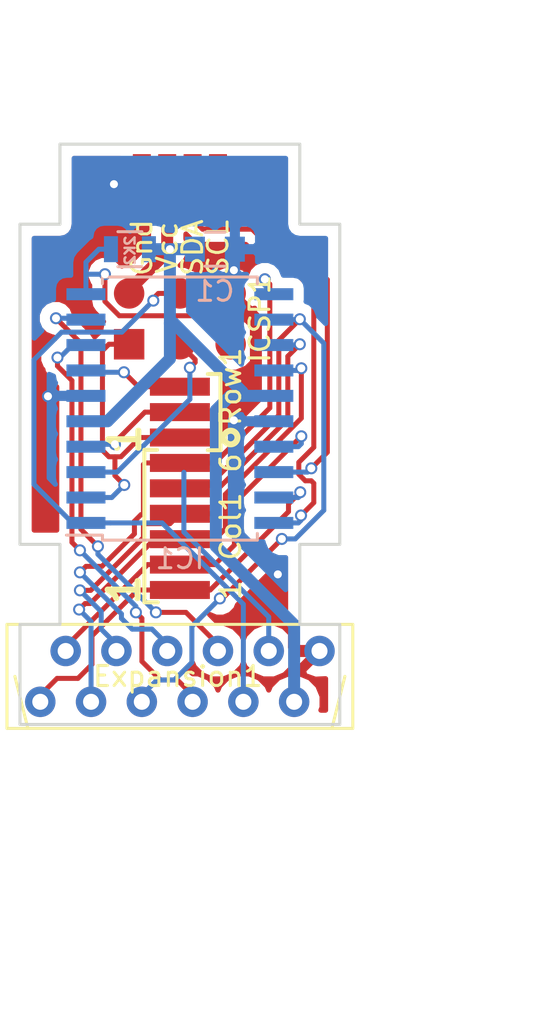
<source format=kicad_pcb>
(kicad_pcb (version 4) (host pcbnew 4.0.5+dfsg1-4)

  (general
    (links 37)
    (no_connects 1)
    (area 40.974999 38.3 72.135715 89.000001)
    (thickness 1.6)
    (drawings 27)
    (tracks 279)
    (zones 0)
    (modules 8)
    (nets 19)
  )

  (page A4)
  (layers
    (0 F.Cu signal)
    (31 B.Cu signal)
    (32 B.Adhes user hide)
    (33 F.Adhes user hide)
    (34 B.Paste user hide)
    (35 F.Paste user hide)
    (36 B.SilkS user)
    (37 F.SilkS user)
    (38 B.Mask user hide)
    (39 F.Mask user hide)
    (40 Dwgs.User user)
    (41 Cmts.User user)
    (42 Eco1.User user)
    (43 Eco2.User user)
    (44 Edge.Cuts user)
    (45 Margin user)
    (46 B.CrtYd user hide)
    (47 F.CrtYd user)
    (48 B.Fab user hide)
    (49 F.Fab user hide)
  )

  (setup
    (last_trace_width 0.25)
    (user_trace_width 0.6)
    (trace_clearance 0.2)
    (zone_clearance 0.508)
    (zone_45_only no)
    (trace_min 0.2)
    (segment_width 0.2)
    (edge_width 0.15)
    (via_size 0.6)
    (via_drill 0.4)
    (via_min_size 0.4)
    (via_min_drill 0.3)
    (uvia_size 0.3)
    (uvia_drill 0.1)
    (uvias_allowed no)
    (uvia_min_size 0.2)
    (uvia_min_drill 0.1)
    (pcb_text_width 0.3)
    (pcb_text_size 1.5 1.5)
    (mod_edge_width 0.15)
    (mod_text_size 1 1)
    (mod_text_width 0.15)
    (pad_size 1.6 3.4)
    (pad_drill 0)
    (pad_to_mask_clearance 0.2)
    (aux_axis_origin 50 45)
    (visible_elements FFFFFF7F)
    (pcbplotparams
      (layerselection 0x00030_80000001)
      (usegerberextensions false)
      (excludeedgelayer true)
      (linewidth 0.100000)
      (plotframeref false)
      (viasonmask false)
      (mode 1)
      (useauxorigin false)
      (hpglpennumber 1)
      (hpglpenspeed 20)
      (hpglpendiameter 15)
      (hpglpenoverlay 2)
      (psnegative false)
      (psa4output false)
      (plotreference true)
      (plotvalue true)
      (plotinvisibletext false)
      (padsonsilk false)
      (subtractmaskfromsilk false)
      (outputformat 1)
      (mirror false)
      (drillshape 1)
      (scaleselection 1)
      (outputdirectory ""))
  )

  (net 0 "")
  (net 1 "Net-(Col1-Pad1)")
  (net 2 "Net-(Col1-Pad2)")
  (net 3 "Net-(Col1-Pad3)")
  (net 4 "Net-(Col1-Pad4)")
  (net 5 "Net-(Col1-Pad5)")
  (net 6 "Net-(Col1-Pad6)")
  (net 7 /MiSo)
  (net 8 +5V)
  (net 9 /SCL_2)
  (net 10 /MoSi)
  (net 11 /Rst)
  (net 12 GND)
  (net 13 "Net-(IC1-Pad4)")
  (net 14 "Net-(IC1-Pad7)")
  (net 15 /SCL)
  (net 16 /SDA)
  (net 17 /ADC_V)
  (net 18 /ADC_H+int0)

  (net_class Default "This is the default net class."
    (clearance 0.2)
    (trace_width 0.25)
    (via_dia 0.6)
    (via_drill 0.4)
    (uvia_dia 0.3)
    (uvia_drill 0.1)
    (add_net +5V)
    (add_net /ADC_H+int0)
    (add_net /ADC_V)
    (add_net /MiSo)
    (add_net /MoSi)
    (add_net /Rst)
    (add_net /SCL)
    (add_net /SCL_2)
    (add_net /SDA)
    (add_net GND)
    (add_net "Net-(Col1-Pad1)")
    (add_net "Net-(Col1-Pad2)")
    (add_net "Net-(Col1-Pad3)")
    (add_net "Net-(Col1-Pad4)")
    (add_net "Net-(Col1-Pad5)")
    (add_net "Net-(Col1-Pad6)")
    (add_net "Net-(IC1-Pad4)")
    (add_net "Net-(IC1-Pad7)")
  )

  (net_class power ""
    (clearance 0.3)
    (trace_width 0.4)
    (via_dia 0.8)
    (via_drill 0.6)
    (uvia_dia 0.3)
    (uvia_drill 0.1)
  )

  (module Housings_SOIC:SOIC-20W_7.5x12.8mm_Pitch1.27mm (layer B.Cu) (tedit 57503549) (tstamp 58E6045C)
    (at 50 58.215)
    (descr "20-Lead Plastic Small Outline (SO) - Wide, 7.50 mm Body [SOIC] (see Microchip Packaging Specification 00000049BS.pdf)")
    (tags "SOIC 1.27")
    (path /58E28365)
    (attr smd)
    (fp_text reference IC1 (at 0 7.5) (layer B.SilkS)
      (effects (font (size 1 1) (thickness 0.15)) (justify mirror))
    )
    (fp_text value ATTINY861A-S (at 0 -7.5) (layer B.Fab)
      (effects (font (size 1 1) (thickness 0.15)) (justify mirror))
    )
    (fp_line (start -2.75 6.4) (end 3.75 6.4) (layer B.Fab) (width 0.15))
    (fp_line (start 3.75 6.4) (end 3.75 -6.4) (layer B.Fab) (width 0.15))
    (fp_line (start 3.75 -6.4) (end -3.75 -6.4) (layer B.Fab) (width 0.15))
    (fp_line (start -3.75 -6.4) (end -3.75 5.4) (layer B.Fab) (width 0.15))
    (fp_line (start -3.75 5.4) (end -2.75 6.4) (layer B.Fab) (width 0.15))
    (fp_line (start -5.95 6.75) (end -5.95 -6.75) (layer B.CrtYd) (width 0.05))
    (fp_line (start 5.95 6.75) (end 5.95 -6.75) (layer B.CrtYd) (width 0.05))
    (fp_line (start -5.95 6.75) (end 5.95 6.75) (layer B.CrtYd) (width 0.05))
    (fp_line (start -5.95 -6.75) (end 5.95 -6.75) (layer B.CrtYd) (width 0.05))
    (fp_line (start -3.875 6.575) (end -3.875 6.325) (layer B.SilkS) (width 0.15))
    (fp_line (start 3.875 6.575) (end 3.875 6.24) (layer B.SilkS) (width 0.15))
    (fp_line (start 3.875 -6.575) (end 3.875 -6.24) (layer B.SilkS) (width 0.15))
    (fp_line (start -3.875 -6.575) (end -3.875 -6.24) (layer B.SilkS) (width 0.15))
    (fp_line (start -3.875 6.575) (end 3.875 6.575) (layer B.SilkS) (width 0.15))
    (fp_line (start -3.875 -6.575) (end 3.875 -6.575) (layer B.SilkS) (width 0.15))
    (fp_line (start -3.875 6.325) (end -5.675 6.325) (layer B.SilkS) (width 0.15))
    (pad 1 smd rect (at -4.7 5.715) (size 1.95 0.6) (layers B.Cu B.Paste B.Mask)
      (net 10 /MoSi))
    (pad 2 smd rect (at -4.7 4.445) (size 1.95 0.6) (layers B.Cu B.Paste B.Mask)
      (net 7 /MiSo))
    (pad 3 smd rect (at -4.7 3.175) (size 1.95 0.6) (layers B.Cu B.Paste B.Mask)
      (net 9 /SCL_2))
    (pad 4 smd rect (at -4.7 1.905) (size 1.95 0.6) (layers B.Cu B.Paste B.Mask)
      (net 13 "Net-(IC1-Pad4)"))
    (pad 5 smd rect (at -4.7 0.635) (size 1.95 0.6) (layers B.Cu B.Paste B.Mask)
      (net 8 +5V))
    (pad 6 smd rect (at -4.7 -0.635) (size 1.95 0.6) (layers B.Cu B.Paste B.Mask)
      (net 12 GND))
    (pad 7 smd rect (at -4.7 -1.905) (size 1.95 0.6) (layers B.Cu B.Paste B.Mask)
      (net 14 "Net-(IC1-Pad7)"))
    (pad 8 smd rect (at -4.7 -3.175) (size 1.95 0.6) (layers B.Cu B.Paste B.Mask)
      (net 17 /ADC_V))
    (pad 9 smd rect (at -4.7 -4.445) (size 1.95 0.6) (layers B.Cu B.Paste B.Mask)
      (net 18 /ADC_H+int0))
    (pad 10 smd rect (at -4.7 -5.715) (size 1.95 0.6) (layers B.Cu B.Paste B.Mask)
      (net 11 /Rst))
    (pad 11 smd rect (at 4.7 -5.715) (size 1.95 0.6) (layers B.Cu B.Paste B.Mask)
      (net 6 "Net-(Col1-Pad6)"))
    (pad 12 smd rect (at 4.7 -4.445) (size 1.95 0.6) (layers B.Cu B.Paste B.Mask)
      (net 5 "Net-(Col1-Pad5)"))
    (pad 13 smd rect (at 4.7 -3.175) (size 1.95 0.6) (layers B.Cu B.Paste B.Mask)
      (net 4 "Net-(Col1-Pad4)"))
    (pad 14 smd rect (at 4.7 -1.905) (size 1.95 0.6) (layers B.Cu B.Paste B.Mask)
      (net 3 "Net-(Col1-Pad3)"))
    (pad 15 smd rect (at 4.7 -0.635) (size 1.95 0.6) (layers B.Cu B.Paste B.Mask)
      (net 8 +5V))
    (pad 16 smd rect (at 4.7 0.635) (size 1.95 0.6) (layers B.Cu B.Paste B.Mask)
      (net 12 GND))
    (pad 17 smd rect (at 4.7 1.905) (size 1.95 0.6) (layers B.Cu B.Paste B.Mask)
      (net 2 "Net-(Col1-Pad2)"))
    (pad 18 smd rect (at 4.7 3.175) (size 1.95 0.6) (layers B.Cu B.Paste B.Mask)
      (net 15 /SCL))
    (pad 19 smd rect (at 4.7 4.445) (size 1.95 0.6) (layers B.Cu B.Paste B.Mask)
      (net 1 "Net-(Col1-Pad1)"))
    (pad 20 smd rect (at 4.7 5.715) (size 1.95 0.6) (layers B.Cu B.Paste B.Mask)
      (net 16 /SDA))
    (model Housings_SOIC.3dshapes/SOIC-20_7.5x12.8mm_Pitch1.27mm.wrl
      (at (xyz 0 0 0))
      (scale (xyz 1 1 1))
      (rotate (xyz 0 0 0))
    )
  )

  (module myComponents:solderPads_4_Grove_I2C (layer F.Cu) (tedit 58E53D59) (tstamp 58E55026)
    (at 50 47 180)
    (path /58E54ECF)
    (fp_text reference I2C1 (at 0.635 2.54 180) (layer F.SilkS) hide
      (effects (font (size 1 1) (thickness 0.15)))
    )
    (fp_text value CONN_01X04 (at 0.635 2.54 180) (layer F.Fab)
      (effects (font (size 1 1) (thickness 0.15)))
    )
    (fp_text user SDA (at -0.635 -3.175 270) (layer F.SilkS)
      (effects (font (size 1 1) (thickness 0.15)))
    )
    (fp_text user SCL (at -1.905 -3.175 270) (layer F.SilkS)
      (effects (font (size 1 1) (thickness 0.15)))
    )
    (fp_text user Gnd (at 1.905 -3.175 270) (layer F.SilkS)
      (effects (font (size 1 1) (thickness 0.15)))
    )
    (fp_text user Vcc (at 0.635 -3.175 270) (layer F.SilkS)
      (effects (font (size 1 1) (thickness 0.15)))
    )
    (pad 1 smd rect (at -1.905 0 180) (size 0.9 3) (layers F.Cu F.Paste F.Mask)
      (net 15 /SCL))
    (pad 2 smd rect (at -0.635 0 180) (size 0.9 3) (layers F.Cu F.Paste F.Mask)
      (net 16 /SDA))
    (pad 3 smd rect (at 0.635 0 180) (size 0.9 3) (layers F.Cu F.Paste F.Mask)
      (net 8 +5V))
    (pad 4 smd rect (at 1.905 0 180) (size 0.9 3) (layers F.Cu F.Paste F.Mask)
      (net 12 GND))
  )

  (module Resistors_SMD:R_0805 (layer B.Cu) (tedit 58E66A9B) (tstamp 58E67486)
    (at 47.5 50.25)
    (descr "Resistor SMD 0805, reflow soldering, Vishay (see dcrcw.pdf)")
    (tags "resistor 0805")
    (path /58E6A84A)
    (attr smd)
    (fp_text reference R1 (at 2.254999 0.065) (layer B.Fab)
      (effects (font (size 1 1) (thickness 0.15)) (justify mirror))
    )
    (fp_text value 2K2 (at 0.004999 0.065 90) (layer B.SilkS)
      (effects (font (size 0.5 0.5) (thickness 0.125)) (justify mirror))
    )
    (fp_line (start -1 -0.625) (end -1 0.625) (layer B.Fab) (width 0.1))
    (fp_line (start 1 -0.625) (end -1 -0.625) (layer B.Fab) (width 0.1))
    (fp_line (start 1 0.625) (end 1 -0.625) (layer B.Fab) (width 0.1))
    (fp_line (start -1 0.625) (end 1 0.625) (layer B.Fab) (width 0.1))
    (fp_line (start -1.6 1) (end 1.6 1) (layer B.CrtYd) (width 0.05))
    (fp_line (start -1.6 -1) (end 1.6 -1) (layer B.CrtYd) (width 0.05))
    (fp_line (start -1.6 1) (end -1.6 -1) (layer B.CrtYd) (width 0.05))
    (fp_line (start 1.6 1) (end 1.6 -1) (layer B.CrtYd) (width 0.05))
    (fp_line (start 0.6 -0.875) (end -0.6 -0.875) (layer B.SilkS) (width 0.15))
    (fp_line (start -0.6 0.875) (end 0.6 0.875) (layer B.SilkS) (width 0.15))
    (pad 1 smd rect (at -0.95 0) (size 0.7 1.3) (layers B.Cu B.Paste B.Mask)
      (net 11 /Rst))
    (pad 2 smd rect (at 0.95 0) (size 0.7 1.3) (layers B.Cu B.Paste B.Mask)
      (net 8 +5V))
    (model Resistors_SMD.3dshapes/R_0805.wrl
      (at (xyz 0 0 0))
      (scale (xyz 1 1 1))
      (rotate (xyz 0 0 0))
    )
  )

  (module myComponents:solderPads_6 (layer F.Cu) (tedit 58E54D6B) (tstamp 58E67BBF)
    (at 50 64.107 90)
    (path /58E2887C)
    (fp_text reference Col1 (at 0 2.54 90) (layer F.SilkS)
      (effects (font (size 1 1) (thickness 0.15)))
    )
    (fp_text value CONN_01X06 (at 0.635 -2.54 90) (layer F.Fab)
      (effects (font (size 1 1) (thickness 0.15)))
    )
    (fp_text user 6 (at 3.175 2.54 90) (layer F.SilkS)
      (effects (font (size 1 1) (thickness 0.15)))
    )
    (fp_text user 1 (at -3.175 2.54 90) (layer F.SilkS)
      (effects (font (size 1 1) (thickness 0.15)))
    )
    (pad 1 smd rect (at -3.175 0 90) (size 0.9 3) (layers F.Cu F.Paste F.Mask)
      (net 1 "Net-(Col1-Pad1)"))
    (pad 2 smd rect (at -1.905 0 90) (size 0.9 3) (layers F.Cu F.Paste F.Mask)
      (net 2 "Net-(Col1-Pad2)"))
    (pad 3 smd rect (at -0.635 0 90) (size 0.9 3) (layers F.Cu F.Paste F.Mask)
      (net 3 "Net-(Col1-Pad3)"))
    (pad 4 smd rect (at 0.635 0 90) (size 0.9 3) (layers F.Cu F.Paste F.Mask)
      (net 4 "Net-(Col1-Pad4)"))
    (pad 5 smd rect (at 1.905 0 90) (size 0.9 3) (layers F.Cu F.Paste F.Mask)
      (net 5 "Net-(Col1-Pad5)"))
    (pad 6 smd rect (at 3.175 0 90) (size 0.9 3) (layers F.Cu F.Paste F.Mask)
      (net 6 "Net-(Col1-Pad6)"))
  )

  (module myComponents:ICSP_BIG_pads (layer F.Cu) (tedit 58E2AA5E) (tstamp 58E67BDE)
    (at 50 53.73 90)
    (path /58E2874F)
    (fp_text reference ICSP1 (at 0 4 90) (layer F.SilkS)
      (effects (font (size 1 1) (thickness 0.15)))
    )
    (fp_text value CONN_02X03 (at 0 -5.08 90) (layer F.Fab)
      (effects (font (size 1 1) (thickness 0.15)))
    )
    (pad 1 smd rect (at -1.27 -2.54 90) (size 1.524 1.524) (layers F.Cu F.Paste F.Mask)
      (net 7 /MiSo))
    (pad 2 smd circle (at 1.27 -2.54 90) (size 1.524 1.524) (layers F.Cu F.Paste F.Mask)
      (net 8 +5V))
    (pad 3 smd circle (at -1.27 0 90) (size 1.524 1.524) (layers F.Cu F.Paste F.Mask)
      (net 9 /SCL_2))
    (pad 4 smd circle (at 1.27 0 90) (size 1.524 1.524) (layers F.Cu F.Paste F.Mask)
      (net 10 /MoSi))
    (pad 5 smd circle (at -1.27 2.54 90) (size 1.524 1.524) (layers F.Cu F.Paste F.Mask)
      (net 11 /Rst))
    (pad 6 smd circle (at 1.27 2.54 90) (size 1.524 1.524) (layers F.Cu F.Paste F.Mask)
      (net 12 GND))
  )

  (module myComponents:solderPads_3 (layer F.Cu) (tedit 58E54DB4) (tstamp 58E67BE6)
    (at 50 58.392 90)
    (path /58E288CF)
    (fp_text reference Row1 (at 1.27 2.54 90) (layer F.SilkS)
      (effects (font (size 1 1) (thickness 0.15)))
    )
    (fp_text value CONN_01X03 (at 0.635 -2.54 90) (layer F.Fab)
      (effects (font (size 1 1) (thickness 0.15)))
    )
    (fp_circle (center -1.27 2.54) (end -1.27 2.2) (layer F.SilkS) (width 0.3))
    (pad 1 smd rect (at -1.27 0 90) (size 0.9 3) (layers F.Cu F.Paste F.Mask)
      (net 7 /MiSo))
    (pad 2 smd rect (at 0 0 90) (size 0.9 3) (layers F.Cu F.Paste F.Mask)
      (net 13 "Net-(IC1-Pad4)"))
    (pad 3 smd rect (at 1.27 0 90) (size 0.9 3) (layers F.Cu F.Paste F.Mask)
      (net 14 "Net-(IC1-Pad7)"))
  )

  (module myComponents:microMatch-12_90_THT (layer F.Cu) (tedit 58E6787B) (tstamp 58E67BC0)
    (at 50 71.6)
    (path /58E38DE5)
    (fp_text reference Expansion1 (at -0.1 0) (layer F.SilkS)
      (effects (font (size 1 1) (thickness 0.15)))
    )
    (fp_text value CONN_01X12 (at -2.54 -3.81) (layer F.Fab)
      (effects (font (size 1 1) (thickness 0.15)))
    )
    (fp_line (start 8.255 0) (end 7.62 2.54) (layer F.SilkS) (width 0.15))
    (fp_line (start -8.255 0) (end -7.62 2.54) (layer F.SilkS) (width 0.15))
    (fp_line (start 8.65 -2.6) (end -8.65 -2.6) (layer F.SilkS) (width 0.15))
    (fp_line (start -8.65 2.6) (end -8.65 -2.6) (layer F.SilkS) (width 0.15))
    (fp_line (start -8.65 2.6) (end 8.65 2.6) (layer F.SilkS) (width 0.15))
    (fp_line (start 8.65 -2.6) (end 8.65 2.6) (layer F.SilkS) (width 0.15))
    (pad 1 thru_hole circle (at -6.985 1.27) (size 1.524 1.524) (drill 0.8) (layers *.Cu *.Mask)
      (net 1 "Net-(Col1-Pad1)"))
    (pad 2 thru_hole circle (at -5.715 -1.27) (size 1.524 1.524) (drill 0.8) (layers *.Cu *.Mask)
      (net 2 "Net-(Col1-Pad2)"))
    (pad 3 thru_hole circle (at -4.445 1.27) (size 1.524 1.524) (drill 0.8) (layers *.Cu *.Mask)
      (net 3 "Net-(Col1-Pad3)"))
    (pad 4 thru_hole circle (at -3.175 -1.27) (size 1.524 1.524) (drill 0.8) (layers *.Cu *.Mask)
      (net 4 "Net-(Col1-Pad4)"))
    (pad 5 thru_hole circle (at -1.905 1.27) (size 1.524 1.524) (drill 0.8) (layers *.Cu *.Mask)
      (net 5 "Net-(Col1-Pad5)"))
    (pad 6 thru_hole circle (at -0.635 -1.27) (size 1.524 1.524) (drill 0.8) (layers *.Cu *.Mask)
      (net 6 "Net-(Col1-Pad6)"))
    (pad 7 thru_hole circle (at 0.635 1.27) (size 1.524 1.524) (drill 0.8) (layers *.Cu *.Mask)
      (net 17 /ADC_V))
    (pad 8 thru_hole circle (at 1.905 -1.27) (size 1.524 1.524) (drill 0.8) (layers *.Cu *.Mask)
      (net 18 /ADC_H+int0))
    (pad 9 thru_hole circle (at 3.175 1.27) (size 1.524 1.524) (drill 0.8) (layers *.Cu *.Mask)
      (net 10 /MoSi))
    (pad 10 thru_hole circle (at 4.445 -1.27) (size 1.524 1.524) (drill 0.8) (layers *.Cu *.Mask)
      (net 9 /SCL_2))
    (pad 11 thru_hole circle (at 5.715 1.27) (size 1.524 1.524) (drill 0.8) (layers *.Cu *.Mask)
      (net 8 +5V))
    (pad 12 thru_hole circle (at 6.985 -1.27) (size 1.524 1.524) (drill 0.8) (layers *.Cu *.Mask)
      (net 12 GND))
    (model /mnt/gruscht/projects/keyboard/kicad_boards/myComponents.pretty/3d-models/micro-match_12.wrl
      (at (xyz 0 0 0))
      (scale (xyz 1 1 1))
      (rotate (xyz 0 0 0))
    )
  )

  (module Capacitors_SMD:C_0805 (layer B.Cu) (tedit 5415D6EA) (tstamp 58E7B218)
    (at 51.75 50.25)
    (descr "Capacitor SMD 0805, reflow soldering, AVX (see smccp.pdf)")
    (tags "capacitor 0805")
    (path /58E7C0BD)
    (attr smd)
    (fp_text reference C1 (at 0 2.1) (layer B.SilkS)
      (effects (font (size 1 1) (thickness 0.15)) (justify mirror))
    )
    (fp_text value 10µF (at 0 -2.1) (layer B.Fab)
      (effects (font (size 1 1) (thickness 0.15)) (justify mirror))
    )
    (fp_line (start -1 -0.625) (end -1 0.625) (layer B.Fab) (width 0.15))
    (fp_line (start 1 -0.625) (end -1 -0.625) (layer B.Fab) (width 0.15))
    (fp_line (start 1 0.625) (end 1 -0.625) (layer B.Fab) (width 0.15))
    (fp_line (start -1 0.625) (end 1 0.625) (layer B.Fab) (width 0.15))
    (fp_line (start -1.8 1) (end 1.8 1) (layer B.CrtYd) (width 0.05))
    (fp_line (start -1.8 -1) (end 1.8 -1) (layer B.CrtYd) (width 0.05))
    (fp_line (start -1.8 1) (end -1.8 -1) (layer B.CrtYd) (width 0.05))
    (fp_line (start 1.8 1) (end 1.8 -1) (layer B.CrtYd) (width 0.05))
    (fp_line (start 0.5 0.85) (end -0.5 0.85) (layer B.SilkS) (width 0.15))
    (fp_line (start -0.5 -0.85) (end 0.5 -0.85) (layer B.SilkS) (width 0.15))
    (pad 1 smd rect (at -1 0) (size 1 1.25) (layers B.Cu B.Paste B.Mask)
      (net 8 +5V))
    (pad 2 smd rect (at 1 0) (size 1 1.25) (layers B.Cu B.Paste B.Mask)
      (net 12 GND))
    (model Capacitors_SMD.3dshapes/C_0805.wrl
      (at (xyz 0 0 0))
      (scale (xyz 1 1 1))
      (rotate (xyz 0 0 0))
    )
  )

  (gr_text 1 (at 47.206 67.262828 90) (layer F.SilkS) (tstamp 58E67953)
    (effects (font (size 1.5 1.5) (thickness 0.3)))
  )
  (gr_text 1 (at 47.244 59.747 90) (layer F.SilkS)
    (effects (font (size 1.5 1.5) (thickness 0.3)))
  )
  (gr_line (start 48.222 60.277828) (end 48.857 60.277828) (layer F.SilkS) (width 0.2))
  (gr_line (start 48.222 67.897828) (end 48.222 60.277828) (layer F.SilkS) (width 0.2))
  (gr_line (start 48.895 67.897828) (end 48.26 67.897828) (layer F.SilkS) (width 0.2))
  (gr_line (start 52.032 56.4866) (end 51.397 56.4866) (layer F.SilkS) (width 0.2))
  (gr_line (start 52.032 60.2966) (end 52.032 56.4866) (layer F.SilkS) (width 0.2))
  (gr_line (start 51.397 60.2966) (end 52.032 60.2966) (layer F.SilkS) (width 0.2))
  (gr_line (start 44 49) (end 42 49) (layer Edge.Cuts) (width 0.15))
  (gr_line (start 44 45) (end 44 49) (layer Edge.Cuts) (width 0.15))
  (gr_line (start 56 49) (end 56 45) (layer Edge.Cuts) (width 0.15))
  (gr_line (start 58 49) (end 56 49) (layer Edge.Cuts) (width 0.15))
  (dimension 16 (width 0.3) (layer Eco2.User)
    (gr_text "16.000 mm" (at 50 39.65) (layer Eco2.User) (tstamp 58E63689)
      (effects (font (size 1.5 1.5) (thickness 0.3)))
    )
    (feature1 (pts (xy 42 44) (xy 42 38.3)))
    (feature2 (pts (xy 58 44) (xy 58 38.3)))
    (crossbar (pts (xy 58 41) (xy 42 41)))
    (arrow1a (pts (xy 42 41) (xy 43.126504 40.413579)))
    (arrow1b (pts (xy 42 41) (xy 43.126504 41.586421)))
    (arrow2a (pts (xy 58 41) (xy 56.873496 40.413579)))
    (arrow2b (pts (xy 58 41) (xy 56.873496 41.586421)))
  )
  (dimension 4 (width 0.3) (layer Eco2.User)
    (gr_text "4.000 mm" (at 66.35 67 270) (layer Eco2.User) (tstamp 58E63687)
      (effects (font (size 1.5 1.5) (thickness 0.3)))
    )
    (feature1 (pts (xy 63.5 69) (xy 67.7 69)))
    (feature2 (pts (xy 63.5 65) (xy 67.7 65)))
    (crossbar (pts (xy 65 65) (xy 65 69)))
    (arrow1a (pts (xy 65 69) (xy 64.413579 67.873496)))
    (arrow1b (pts (xy 65 69) (xy 65.586421 67.873496)))
    (arrow2a (pts (xy 65 65) (xy 64.413579 66.126504)))
    (arrow2b (pts (xy 65 65) (xy 65.586421 66.126504)))
  )
  (dimension 20 (width 0.3) (layer Eco2.User)
    (gr_text "20.000 mm" (at 63.35 55 90) (layer Eco2.User) (tstamp 58E882C8)
      (effects (font (size 1.5 1.5) (thickness 0.3)))
    )
    (feature1 (pts (xy 60.5 45) (xy 64.7 45)))
    (feature2 (pts (xy 60.5 65) (xy 64.7 65)))
    (crossbar (pts (xy 62 65) (xy 62 45)))
    (arrow1a (pts (xy 62 45) (xy 62.586421 46.126504)))
    (arrow1b (pts (xy 62 45) (xy 61.413579 46.126504)))
    (arrow2a (pts (xy 62 65) (xy 62.586421 63.873496)))
    (arrow2b (pts (xy 62 65) (xy 61.413579 63.873496)))
  )
  (gr_line (start 42 49) (end 42 65) (layer Edge.Cuts) (width 0.15))
  (gr_line (start 58 65) (end 58 49) (layer Edge.Cuts) (width 0.15))
  (gr_line (start 56 65) (end 58 65) (layer Edge.Cuts) (width 0.15))
  (gr_line (start 56 65) (end 56 69) (layer Edge.Cuts) (width 0.15))
  (gr_line (start 58 69) (end 56 69) (layer Edge.Cuts) (width 0.15))
  (gr_line (start 44 65) (end 42 65) (layer Edge.Cuts) (width 0.15))
  (gr_line (start 44 65) (end 44 69) (layer Edge.Cuts) (width 0.15))
  (gr_line (start 42 69) (end 44 69) (layer Edge.Cuts) (width 0.15))
  (gr_line (start 56 45) (end 44 45) (layer Edge.Cuts) (width 0.15))
  (gr_line (start 58 74) (end 58 69) (layer Edge.Cuts) (width 0.15))
  (gr_line (start 42 74) (end 58 74) (layer Edge.Cuts) (width 0.15))
  (gr_line (start 42 74) (end 42 69) (layer Edge.Cuts) (width 0.15))

  (segment (start 43.015 72.54) (end 43.855 71.7) (width 0.25) (layer F.Cu) (net 1))
  (segment (start 43.855 71.7) (end 44.9 71.7) (width 0.25) (layer F.Cu) (net 1))
  (segment (start 44.9 71.7) (end 45.6 71) (width 0.25) (layer F.Cu) (net 1))
  (segment (start 45.6 71) (end 45.6 69.574998) (width 0.25) (layer F.Cu) (net 1))
  (segment (start 47.892998 67.282) (end 48.25 67.282) (width 0.25) (layer F.Cu) (net 1))
  (segment (start 45.6 69.574998) (end 47.892998 67.282) (width 0.25) (layer F.Cu) (net 1))
  (segment (start 48.25 67.282) (end 50 67.282) (width 0.25) (layer F.Cu) (net 1))
  (segment (start 55.721561 62.696326) (end 56.02156 62.396327) (width 0.25) (layer F.Cu) (net 1))
  (segment (start 50 67.282) (end 51.517741 67.282) (width 0.25) (layer F.Cu) (net 1))
  (segment (start 55.433049 62.984838) (end 55.721561 62.696326) (width 0.25) (layer F.Cu) (net 1))
  (segment (start 55.433049 63.366692) (end 55.433049 62.984838) (width 0.25) (layer F.Cu) (net 1))
  (segment (start 51.517741 67.282) (end 55.433049 63.366692) (width 0.25) (layer F.Cu) (net 1))
  (segment (start 56.02156 62.56344) (end 56.02156 62.396327) (width 0.25) (layer B.Cu) (net 1))
  (segment (start 55.925 62.66) (end 56.02156 62.56344) (width 0.25) (layer B.Cu) (net 1))
  (via (at 56.02156 62.396327) (size 0.6) (drill 0.4) (layers F.Cu B.Cu) (net 1))
  (segment (start 54.7 62.66) (end 55.925 62.66) (width 0.25) (layer B.Cu) (net 1))
  (segment (start 44.285 70) (end 44.4 70) (width 0.25) (layer F.Cu) (net 2))
  (segment (start 44.4 70) (end 48.388 66.012) (width 0.25) (layer F.Cu) (net 2))
  (segment (start 48.388 66.012) (end 50 66.012) (width 0.25) (layer F.Cu) (net 2))
  (segment (start 55.774991 59.899999) (end 56.07499 59.6) (width 0.25) (layer F.Cu) (net 2))
  (segment (start 51.75 66.012) (end 52.725021 65.036979) (width 0.25) (layer F.Cu) (net 2))
  (segment (start 55.925 60.12) (end 56.07499 59.97001) (width 0.25) (layer B.Cu) (net 2))
  (segment (start 56.07499 59.97001) (end 56.07499 59.6) (width 0.25) (layer B.Cu) (net 2))
  (segment (start 54.7 60.12) (end 55.925 60.12) (width 0.25) (layer B.Cu) (net 2))
  (via (at 56.07499 59.6) (size 0.6) (drill 0.4) (layers F.Cu B.Cu) (net 2))
  (segment (start 52.725021 62.949969) (end 55.774991 59.899999) (width 0.25) (layer F.Cu) (net 2))
  (segment (start 52.725021 65.036979) (end 52.725021 62.949969) (width 0.25) (layer F.Cu) (net 2))
  (segment (start 50 66.012) (end 51.75 66.012) (width 0.25) (layer F.Cu) (net 2))
  (segment (start 45.51477 67.958052) (end 45.25805 67.958052) (width 0.25) (layer F.Cu) (net 3))
  (segment (start 48.730822 64.742) (end 45.51477 67.958052) (width 0.25) (layer F.Cu) (net 3))
  (segment (start 50 64.742) (end 48.730822 64.742) (width 0.25) (layer F.Cu) (net 3))
  (segment (start 45.25805 67.958052) (end 44.958051 68.258051) (width 0.25) (layer F.Cu) (net 3))
  (segment (start 45.25805 68.55805) (end 44.958051 68.258051) (width 0.25) (layer B.Cu) (net 3))
  (segment (start 45.555 72.54) (end 45.555 68.855) (width 0.25) (layer B.Cu) (net 3))
  (via (at 44.958051 68.258051) (size 0.6) (drill 0.4) (layers F.Cu B.Cu) (net 3))
  (segment (start 45.555 68.855) (end 45.25805 68.55805) (width 0.25) (layer B.Cu) (net 3))
  (segment (start 51.75 64.742) (end 52.275012 64.216988) (width 0.25) (layer F.Cu) (net 3))
  (segment (start 55.966009 56.31) (end 56.07499 56.201019) (width 0.25) (layer B.Cu) (net 3))
  (segment (start 52.275012 64.216988) (end 52.275012 62.497808) (width 0.25) (layer F.Cu) (net 3))
  (segment (start 56.07499 58.69783) (end 56.07499 56.625283) (width 0.25) (layer F.Cu) (net 3))
  (segment (start 54.7 56.31) (end 55.966009 56.31) (width 0.25) (layer B.Cu) (net 3))
  (via (at 56.07499 56.201019) (size 0.6) (drill 0.4) (layers F.Cu B.Cu) (net 3))
  (segment (start 56.07499 56.625283) (end 56.07499 56.201019) (width 0.25) (layer F.Cu) (net 3))
  (segment (start 52.275012 62.497808) (end 56.07499 58.69783) (width 0.25) (layer F.Cu) (net 3))
  (segment (start 50 64.742) (end 51.75 64.742) (width 0.25) (layer F.Cu) (net 3))
  (segment (start 55.400022 55.599982) (end 55.700005 55.299999) (width 0.25) (layer F.Cu) (net 4))
  (segment (start 55.400022 58.736388) (end 55.400022 55.599982) (width 0.25) (layer F.Cu) (net 4))
  (segment (start 51.825001 63.396999) (end 51.825001 62.311409) (width 0.25) (layer F.Cu) (net 4))
  (segment (start 51.75 63.472) (end 51.825001 63.396999) (width 0.25) (layer F.Cu) (net 4))
  (segment (start 50 63.472) (end 51.75 63.472) (width 0.25) (layer F.Cu) (net 4))
  (segment (start 55.700005 55.299999) (end 56.000004 55) (width 0.25) (layer F.Cu) (net 4))
  (segment (start 51.825001 62.311409) (end 55.400022 58.736388) (width 0.25) (layer F.Cu) (net 4))
  (segment (start 45.424264 67.3) (end 45 67.3) (width 0.25) (layer F.Cu) (net 4))
  (segment (start 45.536411 67.3) (end 45.424264 67.3) (width 0.25) (layer F.Cu) (net 4))
  (segment (start 48.174999 64.661412) (end 45.536411 67.3) (width 0.25) (layer F.Cu) (net 4))
  (segment (start 50 63.472) (end 49.505001 63.966999) (width 0.25) (layer F.Cu) (net 4))
  (segment (start 48.239999 63.966999) (end 48.174999 64.031999) (width 0.25) (layer F.Cu) (net 4))
  (segment (start 48.174999 64.031999) (end 48.174999 64.661412) (width 0.25) (layer F.Cu) (net 4))
  (segment (start 49.505001 63.966999) (end 48.239999 63.966999) (width 0.25) (layer F.Cu) (net 4))
  (segment (start 46.063001 69.238001) (end 46.063001 68.363001) (width 0.25) (layer B.Cu) (net 4))
  (segment (start 46.825 70) (end 46.063001 69.238001) (width 0.25) (layer B.Cu) (net 4))
  (segment (start 45.299999 67.599999) (end 45 67.3) (width 0.25) (layer B.Cu) (net 4))
  (segment (start 46.063001 68.363001) (end 45.299999 67.599999) (width 0.25) (layer B.Cu) (net 4))
  (via (at 45 67.3) (size 0.6) (drill 0.4) (layers F.Cu B.Cu) (net 4))
  (segment (start 55.960004 55.04) (end 56.000004 55) (width 0.25) (layer B.Cu) (net 4))
  (via (at 56.000004 55) (size 0.6) (drill 0.4) (layers F.Cu B.Cu) (net 4))
  (segment (start 54.7 55.04) (end 55.960004 55.04) (width 0.25) (layer B.Cu) (net 4))
  (segment (start 48.095 72.54) (end 48.856999 71.778001) (width 0.25) (layer B.Cu) (net 5))
  (segment (start 51.700005 68.004211) (end 52.000004 67.704212) (width 0.25) (layer B.Cu) (net 5))
  (segment (start 48.856999 71.778001) (end 49.721999 71.778001) (width 0.25) (layer B.Cu) (net 5))
  (segment (start 49.721999 71.778001) (end 50.6 70.9) (width 0.25) (layer B.Cu) (net 5))
  (segment (start 50.6 70.9) (end 50.6 69.104216) (width 0.25) (layer B.Cu) (net 5))
  (segment (start 50.6 69.104216) (end 51.700005 68.004211) (width 0.25) (layer B.Cu) (net 5))
  (segment (start 52.12579 67.704212) (end 52.000004 67.704212) (width 0.25) (layer F.Cu) (net 5))
  (segment (start 55.1 64.730002) (end 52.12579 67.704212) (width 0.25) (layer F.Cu) (net 5))
  (via (at 52.000004 67.704212) (size 0.6) (drill 0.4) (layers F.Cu B.Cu) (net 5))
  (segment (start 55.700001 54.049999) (end 56 53.75) (width 0.25) (layer F.Cu) (net 5))
  (segment (start 50 62.202) (end 51.298 62.202) (width 0.25) (layer F.Cu) (net 5))
  (segment (start 54.950011 58.549989) (end 54.950011 54.799989) (width 0.25) (layer F.Cu) (net 5))
  (segment (start 51.298 62.202) (end 54.950011 58.549989) (width 0.25) (layer F.Cu) (net 5))
  (segment (start 54.950011 54.799989) (end 55.700001 54.049999) (width 0.25) (layer F.Cu) (net 5))
  (segment (start 55.1 64.730002) (end 55.769998 64.730002) (width 0.25) (layer B.Cu) (net 5))
  (segment (start 57.2 54.95) (end 56.299999 54.049999) (width 0.25) (layer B.Cu) (net 5))
  (segment (start 56.299999 54.049999) (end 56 53.75) (width 0.25) (layer B.Cu) (net 5))
  (segment (start 55.769998 64.730002) (end 57.2 63.3) (width 0.25) (layer B.Cu) (net 5))
  (segment (start 57.2 63.3) (end 57.2 54.95) (width 0.25) (layer B.Cu) (net 5))
  (via (at 55.1 64.730002) (size 0.6) (drill 0.4) (layers F.Cu B.Cu) (net 5))
  (segment (start 55.98 53.77) (end 56 53.75) (width 0.25) (layer B.Cu) (net 5))
  (segment (start 54.7 53.77) (end 55.98 53.77) (width 0.25) (layer B.Cu) (net 5))
  (via (at 56 53.75) (size 0.6) (drill 0.4) (layers F.Cu B.Cu) (net 5))
  (segment (start 49.365 70) (end 48.603001 69.238001) (width 0.25) (layer B.Cu) (net 6))
  (segment (start 47.074996 68.7) (end 47.074996 68.474996) (width 0.25) (layer B.Cu) (net 6))
  (segment (start 47.612997 69.238001) (end 47.074996 68.7) (width 0.25) (layer B.Cu) (net 6))
  (segment (start 45.299999 66.699999) (end 45 66.4) (width 0.25) (layer B.Cu) (net 6))
  (segment (start 47.074996 68.474996) (end 45.299999 66.699999) (width 0.25) (layer B.Cu) (net 6))
  (segment (start 48.603001 69.238001) (end 47.612997 69.238001) (width 0.25) (layer B.Cu) (net 6))
  (segment (start 51.75 60.932) (end 54.5 58.182) (width 0.25) (layer F.Cu) (net 6))
  (segment (start 50 60.932) (end 51.75 60.932) (width 0.25) (layer F.Cu) (net 6))
  (segment (start 54.5 58.182) (end 54.5 52) (width 0.25) (layer F.Cu) (net 6))
  (segment (start 54.5 52) (end 54.25 51.75) (width 0.25) (layer F.Cu) (net 6))
  (segment (start 47.724988 64.475012) (end 46.099999 66.100001) (width 0.25) (layer F.Cu) (net 6))
  (segment (start 50 60.932) (end 48.25 60.932) (width 0.25) (layer F.Cu) (net 6))
  (segment (start 48.053599 63.516988) (end 47.724988 63.845599) (width 0.25) (layer F.Cu) (net 6))
  (segment (start 48.174999 63.516988) (end 48.053599 63.516988) (width 0.25) (layer F.Cu) (net 6))
  (segment (start 48.174999 61.007001) (end 48.174999 63.516988) (width 0.25) (layer F.Cu) (net 6))
  (segment (start 47.724988 63.845599) (end 47.724988 64.475012) (width 0.25) (layer F.Cu) (net 6))
  (segment (start 48.25 60.932) (end 48.174999 61.007001) (width 0.25) (layer F.Cu) (net 6))
  (segment (start 46.099999 66.100001) (end 45.299999 66.100001) (width 0.25) (layer F.Cu) (net 6))
  (segment (start 45.299999 66.100001) (end 45 66.4) (width 0.25) (layer F.Cu) (net 6))
  (via (at 45 66.4) (size 0.6) (drill 0.4) (layers F.Cu B.Cu) (net 6))
  (segment (start 54.25 51.75) (end 54.25 52.05) (width 0.25) (layer B.Cu) (net 6))
  (segment (start 54.25 52.05) (end 54.7 52.5) (width 0.25) (layer B.Cu) (net 6))
  (via (at 54.25 51.75) (size 0.6) (drill 0.4) (layers F.Cu B.Cu) (net 6))
  (segment (start 46.91695 62.33305) (end 47.216949 62.033051) (width 0.25) (layer B.Cu) (net 7))
  (segment (start 45.3 62.66) (end 46.59 62.66) (width 0.25) (layer B.Cu) (net 7))
  (segment (start 46.91695 61.733052) (end 47.216949 62.033051) (width 0.25) (layer F.Cu) (net 7))
  (segment (start 46.75 61.566102) (end 46.91695 61.733052) (width 0.25) (layer F.Cu) (net 7))
  (segment (start 46.75 60.625001) (end 46.75 61.566102) (width 0.25) (layer F.Cu) (net 7))
  (segment (start 46.59 62.66) (end 46.91695 62.33305) (width 0.25) (layer B.Cu) (net 7))
  (via (at 47.216949 62.033051) (size 0.6) (drill 0.4) (layers F.Cu B.Cu) (net 7))
  (segment (start 47.050001 60.625001) (end 46.75 60.625001) (width 0.25) (layer F.Cu) (net 7))
  (segment (start 46.75 60.625001) (end 46.449999 60.625001) (width 0.25) (layer F.Cu) (net 7))
  (segment (start 50 59.662) (end 48.013002 59.662) (width 0.25) (layer F.Cu) (net 7))
  (segment (start 48.013002 59.662) (end 47.050001 60.625001) (width 0.25) (layer F.Cu) (net 7))
  (segment (start 46.449999 60.625001) (end 46.124999 60.300001) (width 0.25) (layer F.Cu) (net 7))
  (segment (start 46.124999 60.300001) (end 46.124999 55.323001) (width 0.25) (layer F.Cu) (net 7))
  (segment (start 46.124999 55.323001) (end 46.448 55) (width 0.25) (layer F.Cu) (net 7))
  (segment (start 46.448 55) (end 47.46 55) (width 0.25) (layer F.Cu) (net 7))
  (segment (start 53.125 57.58) (end 53.125 57.375) (width 0.6) (layer B.Cu) (net 8))
  (segment (start 53.125 57.375) (end 49.705 53.955) (width 0.6) (layer B.Cu) (net 8))
  (segment (start 49.705 53.955) (end 49.5 53.955) (width 0.6) (layer B.Cu) (net 8))
  (segment (start 55.715 69.015) (end 51.8 65.1) (width 0.6) (layer B.Cu) (net 8))
  (segment (start 55.715 72.54) (end 55.715 69.015) (width 0.6) (layer B.Cu) (net 8))
  (segment (start 51.8 65.1) (end 51.8 58.3) (width 0.6) (layer B.Cu) (net 8))
  (segment (start 51.8 58.3) (end 52.52 57.58) (width 0.6) (layer B.Cu) (net 8))
  (segment (start 52.52 57.58) (end 53.125 57.58) (width 0.6) (layer B.Cu) (net 8))
  (segment (start 49.5 55.728613) (end 49.5 53.955) (width 0.6) (layer B.Cu) (net 8))
  (segment (start 46.378613 58.85) (end 49.5 55.728613) (width 0.6) (layer B.Cu) (net 8))
  (segment (start 45.3 58.85) (end 46.378613 58.85) (width 0.6) (layer B.Cu) (net 8))
  (segment (start 54.7 57.58) (end 53.125 57.58) (width 0.6) (layer B.Cu) (net 8))
  (segment (start 49.5 53.955) (end 49.5 50.25) (width 0.6) (layer B.Cu) (net 8))
  (segment (start 47.46 52.46) (end 47.46 52.29) (width 0.6) (layer F.Cu) (net 8))
  (segment (start 47.46 52.29) (end 49.5 50.25) (width 0.6) (layer F.Cu) (net 8))
  (segment (start 49.5 50.25) (end 48.45 50.25) (width 0.6) (layer B.Cu) (net 8))
  (segment (start 49.5 50.25) (end 50.75 50.25) (width 0.6) (layer B.Cu) (net 8))
  (segment (start 49.365 47) (end 49.365 50.115) (width 0.6) (layer F.Cu) (net 8))
  (segment (start 49.365 50.115) (end 49.5 50.25) (width 0.6) (layer F.Cu) (net 8))
  (via (at 49.5 50.25) (size 0.6) (drill 0.4) (layers F.Cu B.Cu) (net 8))
  (segment (start 45.3 61.39) (end 46.86 61.39) (width 0.25) (layer B.Cu) (net 9))
  (segment (start 46.86 61.39) (end 50.5 57.75) (width 0.25) (layer B.Cu) (net 9))
  (segment (start 50.5 56.596218) (end 50.5 56.171954) (width 0.25) (layer B.Cu) (net 9))
  (segment (start 50.5 57.75) (end 50.5 56.596218) (width 0.25) (layer B.Cu) (net 9))
  (segment (start 50.761999 55.909955) (end 50.5 56.171954) (width 0.25) (layer F.Cu) (net 9))
  (segment (start 50 55) (end 50.761999 55.761999) (width 0.25) (layer F.Cu) (net 9))
  (segment (start 50.761999 55.761999) (end 50.761999 55.909955) (width 0.25) (layer F.Cu) (net 9))
  (via (at 50.5 56.171954) (size 0.6) (drill 0.4) (layers F.Cu B.Cu) (net 9))
  (segment (start 50.2 64.383898) (end 50.2 61.4) (width 0.25) (layer B.Cu) (net 9))
  (segment (start 54.445 68.628898) (end 50.2 64.383898) (width 0.25) (layer B.Cu) (net 9))
  (segment (start 54.445 70) (end 54.445 68.628898) (width 0.25) (layer B.Cu) (net 9))
  (segment (start 46.525 63.93) (end 45.3 63.93) (width 0.25) (layer B.Cu) (net 10))
  (segment (start 53.175 72.54) (end 53.175 67.995309) (width 0.25) (layer B.Cu) (net 10))
  (segment (start 53.175 67.995309) (end 49.109691 63.93) (width 0.25) (layer B.Cu) (net 10))
  (segment (start 49.109691 63.93) (end 46.525 63.93) (width 0.25) (layer B.Cu) (net 10))
  (segment (start 48.92237 52.46) (end 48.669369 52.713001) (width 0.25) (layer F.Cu) (net 10))
  (segment (start 50 52.46) (end 48.92237 52.46) (width 0.25) (layer F.Cu) (net 10))
  (segment (start 47.095066 54.395001) (end 48.36937 53.120697) (width 0.25) (layer B.Cu) (net 10))
  (segment (start 44.084997 54.395001) (end 47.095066 54.395001) (width 0.25) (layer B.Cu) (net 10))
  (segment (start 42.7 55.779998) (end 44.084997 54.395001) (width 0.25) (layer B.Cu) (net 10))
  (segment (start 44.625 63.93) (end 42.7 62.005) (width 0.25) (layer B.Cu) (net 10))
  (segment (start 42.7 62.005) (end 42.7 55.779998) (width 0.25) (layer B.Cu) (net 10))
  (segment (start 45.3 63.93) (end 44.625 63.93) (width 0.25) (layer B.Cu) (net 10))
  (segment (start 48.669369 52.713001) (end 48.669369 52.820698) (width 0.25) (layer F.Cu) (net 10))
  (segment (start 48.36937 53.120697) (end 48.669369 52.820698) (width 0.25) (layer B.Cu) (net 10))
  (via (at 48.669369 52.820698) (size 0.6) (drill 0.4) (layers F.Cu B.Cu) (net 10))
  (segment (start 46.967973 53.576735) (end 46.25 52.858762) (width 0.25) (layer F.Cu) (net 11))
  (segment (start 46.25 52.858762) (end 46.25 51.924264) (width 0.25) (layer F.Cu) (net 11))
  (segment (start 52.54 55) (end 51.116735 53.576735) (width 0.25) (layer F.Cu) (net 11))
  (segment (start 46.25 51.924264) (end 46.25 51.5) (width 0.25) (layer F.Cu) (net 11))
  (segment (start 51.116735 53.576735) (end 46.967973 53.576735) (width 0.25) (layer F.Cu) (net 11))
  (segment (start 45.3 52.5) (end 45.3 51.5) (width 0.25) (layer B.Cu) (net 11))
  (segment (start 45.3 51.5) (end 45.3 50.9) (width 0.25) (layer B.Cu) (net 11))
  (segment (start 46.25 51.5) (end 45.3 51.5) (width 0.25) (layer B.Cu) (net 11))
  (via (at 46.25 51.5) (size 0.6) (drill 0.4) (layers F.Cu B.Cu) (net 11))
  (segment (start 45.3 50.9) (end 45.95 50.25) (width 0.25) (layer B.Cu) (net 11))
  (segment (start 45.95 50.25) (end 46.55 50.25) (width 0.25) (layer B.Cu) (net 11))
  (segment (start 56.985 70.33) (end 55.90737 70.33) (width 0.6) (layer F.Cu) (net 12))
  (segment (start 55.90737 70.33) (end 55.707001 70.129631) (width 0.6) (layer F.Cu) (net 12))
  (segment (start 55.050761 68.737999) (end 54.9 68.737999) (width 0.6) (layer F.Cu) (net 12))
  (segment (start 55.707001 70.129631) (end 55.707001 69.394239) (width 0.6) (layer F.Cu) (net 12))
  (segment (start 55.707001 69.394239) (end 55.050761 68.737999) (width 0.6) (layer F.Cu) (net 12))
  (segment (start 54.9 68.737999) (end 54.9 66.5) (width 0.6) (layer F.Cu) (net 12))
  (segment (start 52.7 51.3) (end 52.7 50.3) (width 0.6) (layer B.Cu) (net 12))
  (segment (start 52.7 50.3) (end 52.75 50.25) (width 0.6) (layer B.Cu) (net 12))
  (segment (start 52.54 52.46) (end 52.54 51.46) (width 0.6) (layer F.Cu) (net 12))
  (segment (start 52.54 51.46) (end 52.7 51.3) (width 0.6) (layer F.Cu) (net 12))
  (via (at 52.7 51.3) (size 0.6) (drill 0.4) (layers F.Cu B.Cu) (net 12))
  (segment (start 52.7 58.8) (end 52.7 64.3) (width 0.6) (layer B.Cu) (net 12))
  (segment (start 52.7 64.3) (end 54.9 66.5) (width 0.6) (layer B.Cu) (net 12))
  (via (at 54.9 66.5) (size 0.6) (drill 0.4) (layers F.Cu B.Cu) (net 12))
  (segment (start 54.7 58.85) (end 52.75 58.85) (width 0.25) (layer B.Cu) (net 12))
  (segment (start 52.75 58.85) (end 52.7 58.8) (width 0.25) (layer B.Cu) (net 12))
  (segment (start 45.3 57.58) (end 43.42 57.58) (width 0.25) (layer B.Cu) (net 12))
  (via (at 43.4 57.6) (size 0.6) (drill 0.4) (layers F.Cu B.Cu) (net 12))
  (segment (start 43.42 57.58) (end 43.4 57.6) (width 0.25) (layer B.Cu) (net 12))
  (segment (start 52.54 52.46) (end 53.802001 53.722001) (width 0.6) (layer F.Cu) (net 12))
  (segment (start 53.802001 53.722001) (end 53.802001 57.697999) (width 0.6) (layer F.Cu) (net 12))
  (segment (start 53.802001 57.697999) (end 52.7 58.8) (width 0.6) (layer F.Cu) (net 12))
  (via (at 52.7 58.8) (size 0.6) (drill 0.4) (layers F.Cu B.Cu) (net 12))
  (segment (start 48.095 47) (end 46.7 47) (width 0.6) (layer F.Cu) (net 12))
  (via (at 46.7 47) (size 0.6) (drill 0.4) (layers F.Cu B.Cu) (net 12))
  (segment (start 46.75 60) (end 45.42 60) (width 0.25) (layer B.Cu) (net 13))
  (segment (start 45.42 60) (end 45.3 60.12) (width 0.25) (layer B.Cu) (net 13))
  (segment (start 50 58.392) (end 48.25 58.392) (width 0.25) (layer F.Cu) (net 13))
  (via (at 46.75 60) (size 0.6) (drill 0.4) (layers F.Cu B.Cu) (net 13))
  (segment (start 48.25 58.392) (end 46.75 59.892) (width 0.25) (layer F.Cu) (net 13))
  (segment (start 46.75 59.892) (end 46.75 60) (width 0.25) (layer F.Cu) (net 13))
  (segment (start 47.2 56.4) (end 45.39 56.4) (width 0.25) (layer B.Cu) (net 14))
  (segment (start 45.39 56.4) (end 45.3 56.31) (width 0.25) (layer B.Cu) (net 14))
  (segment (start 50 57.122) (end 47.922 57.122) (width 0.25) (layer F.Cu) (net 14))
  (via (at 47.2 56.4) (size 0.6) (drill 0.4) (layers F.Cu B.Cu) (net 14))
  (segment (start 47.922 57.122) (end 47.2 56.4) (width 0.25) (layer F.Cu) (net 14))
  (segment (start 45.347998 56.262002) (end 45.3 56.31) (width 0.25) (layer B.Cu) (net 14))
  (segment (start 57.374989 51.769989) (end 57.374989 60.400001) (width 0.25) (layer F.Cu) (net 15))
  (segment (start 56.874989 60.900001) (end 56.57499 61.2) (width 0.25) (layer F.Cu) (net 15))
  (segment (start 57.374989 60.400001) (end 56.874989 60.900001) (width 0.25) (layer F.Cu) (net 15))
  (via (at 56.57499 61.2) (size 0.6) (drill 0.4) (layers F.Cu B.Cu) (net 15))
  (segment (start 54.7 61.39) (end 56.38499 61.39) (width 0.25) (layer B.Cu) (net 15))
  (segment (start 52.605 47) (end 57.374989 51.769989) (width 0.25) (layer F.Cu) (net 15))
  (segment (start 51.905 47) (end 52.605 47) (width 0.25) (layer F.Cu) (net 15))
  (segment (start 56.38499 61.39) (end 56.57499 61.2) (width 0.25) (layer B.Cu) (net 15))
  (segment (start 56.35805 63.258052) (end 56.058051 63.558051) (width 0.25) (layer F.Cu) (net 16))
  (segment (start 56.574988 61.825002) (end 56.7 61.950014) (width 0.25) (layer F.Cu) (net 16))
  (segment (start 55.949988 61.500002) (end 56.274988 61.825002) (width 0.25) (layer F.Cu) (net 16))
  (segment (start 55.949988 60.899998) (end 55.949988 61.500002) (width 0.25) (layer F.Cu) (net 16))
  (segment (start 50.635 48.75) (end 51.135 49.25) (width 0.25) (layer F.Cu) (net 16))
  (segment (start 53.61359 49.25) (end 56.7 52.33641) (width 0.25) (layer F.Cu) (net 16))
  (segment (start 51.135 49.25) (end 53.61359 49.25) (width 0.25) (layer F.Cu) (net 16))
  (segment (start 56.7 62.916102) (end 56.35805 63.258052) (width 0.25) (layer F.Cu) (net 16))
  (segment (start 56.274988 61.825002) (end 56.574988 61.825002) (width 0.25) (layer F.Cu) (net 16))
  (segment (start 50.635 47) (end 50.635 48.75) (width 0.25) (layer F.Cu) (net 16))
  (segment (start 55.925 63.93) (end 56.058051 63.796949) (width 0.25) (layer B.Cu) (net 16))
  (segment (start 54.7 63.93) (end 55.925 63.93) (width 0.25) (layer B.Cu) (net 16))
  (segment (start 56.7 52.33641) (end 56.7 60.149986) (width 0.25) (layer F.Cu) (net 16))
  (segment (start 56.7 61.950014) (end 56.7 62.916102) (width 0.25) (layer F.Cu) (net 16))
  (segment (start 56.058051 63.796949) (end 56.058051 63.558051) (width 0.25) (layer B.Cu) (net 16))
  (segment (start 56.7 60.149986) (end 55.949988 60.899998) (width 0.25) (layer F.Cu) (net 16))
  (via (at 56.058051 63.558051) (size 0.6) (drill 0.4) (layers F.Cu B.Cu) (net 16))
  (segment (start 50.635 72.54) (end 49.873001 71.778001) (width 0.25) (layer F.Cu) (net 17))
  (segment (start 49.873001 71.778001) (end 49.028001 71.778001) (width 0.25) (layer F.Cu) (net 17))
  (segment (start 48.100009 70.850009) (end 48.100009 68.700009) (width 0.25) (layer F.Cu) (net 17))
  (segment (start 49.028001 71.778001) (end 48.100009 70.850009) (width 0.25) (layer F.Cu) (net 17))
  (segment (start 48.100009 68.700009) (end 48.099999 68.699999) (width 0.25) (layer F.Cu) (net 17))
  (segment (start 48.099999 68.699999) (end 47.8 68.4) (width 0.25) (layer F.Cu) (net 17))
  (via (at 47.8 68.4) (size 0.6) (drill 0.4) (layers F.Cu B.Cu) (net 17))
  (segment (start 45 65.3) (end 47.8 68.1) (width 0.25) (layer B.Cu) (net 17))
  (segment (start 47.8 68.1) (end 47.8 68.4) (width 0.25) (layer B.Cu) (net 17))
  (segment (start 45 65.3) (end 44.6 64.9) (width 0.25) (layer F.Cu) (net 17))
  (segment (start 44.6 64.9) (end 44.6 56.814168) (width 0.25) (layer F.Cu) (net 17))
  (segment (start 44.6 56.814168) (end 43.87499 56.089158) (width 0.25) (layer F.Cu) (net 17))
  (segment (start 43.87499 56.089158) (end 43.87499 55.664894) (width 0.25) (layer F.Cu) (net 17))
  (segment (start 44.000106 55.664894) (end 43.87499 55.664894) (width 0.25) (layer B.Cu) (net 17))
  (segment (start 45.3 55.04) (end 44.625 55.04) (width 0.25) (layer B.Cu) (net 17))
  (segment (start 44.625 55.04) (end 44.000106 55.664894) (width 0.25) (layer B.Cu) (net 17))
  (via (at 43.87499 55.664894) (size 0.6) (drill 0.4) (layers F.Cu B.Cu) (net 17))
  (via (at 45 65.3) (size 0.6) (drill 0.4) (layers F.Cu B.Cu) (net 17))
  (segment (start 44.099999 53.999999) (end 43.8 53.7) (width 0.25) (layer F.Cu) (net 18))
  (segment (start 45.050011 54.950011) (end 44.099999 53.999999) (width 0.25) (layer F.Cu) (net 18))
  (segment (start 45.050011 64.250011) (end 45.050011 54.950011) (width 0.25) (layer F.Cu) (net 18))
  (segment (start 45.9 65.1) (end 45.050011 64.250011) (width 0.25) (layer F.Cu) (net 18))
  (segment (start 43.8 53.7) (end 45.23 53.7) (width 0.25) (layer B.Cu) (net 18))
  (segment (start 45.23 53.7) (end 45.3 53.77) (width 0.25) (layer B.Cu) (net 18))
  (via (at 43.8 53.7) (size 0.6) (drill 0.4) (layers F.Cu B.Cu) (net 18))
  (segment (start 48.8 68.4) (end 45.9 65.5) (width 0.25) (layer B.Cu) (net 18))
  (segment (start 45.9 65.5) (end 45.9 65.1) (width 0.25) (layer B.Cu) (net 18))
  (via (at 45.9 65.1) (size 0.6) (drill 0.4) (layers F.Cu B.Cu) (net 18))
  (segment (start 51.905 70) (end 50.305 68.4) (width 0.25) (layer F.Cu) (net 18))
  (segment (start 50.305 68.4) (end 48.8 68.4) (width 0.25) (layer F.Cu) (net 18))
  (via (at 48.8 68.4) (size 0.6) (drill 0.4) (layers F.Cu B.Cu) (net 18))
  (segment (start 45.3 53.77) (end 44.47 53.77) (width 0.25) (layer B.Cu) (net 18))

  (zone (net 12) (net_name GND) (layer F.Cu) (tstamp 0) (hatch edge 0.508)
    (connect_pads (clearance 0.508))
    (min_thickness 0.254)
    (fill yes (arc_segments 16) (thermal_gap 0.508) (thermal_bridge_width 0.508))
    (polygon
      (pts
        (xy 42.5 45) (xy 58.5 45) (xy 58.5 89) (xy 41.5 89) (xy 41.5 46)
      )
    )
    (filled_polygon
      (pts
        (xy 57.178748 70.315858) (xy 57.164605 70.33) (xy 57.178748 70.344143) (xy 56.999143 70.523748) (xy 56.985 70.509605)
        (xy 56.184392 71.310213) (xy 56.253857 71.552397) (xy 56.777302 71.739144) (xy 57.29 71.713483) (xy 57.29 73.29)
        (xy 57.05325 73.29) (xy 57.111757 73.1491) (xy 57.112242 72.593339) (xy 56.90001 72.079697) (xy 56.50737 71.686371)
        (xy 55.9941 71.473243) (xy 55.438339 71.472758) (xy 54.924697 71.68499) (xy 54.531371 72.07763) (xy 54.445051 72.285512)
        (xy 54.36001 72.079697) (xy 53.96737 71.686371) (xy 53.4541 71.473243) (xy 52.898339 71.472758) (xy 52.384697 71.68499)
        (xy 51.991371 72.07763) (xy 51.905051 72.285512) (xy 51.82001 72.079697) (xy 51.42737 71.686371) (xy 50.9141 71.473243)
        (xy 50.642808 71.473006) (xy 50.420289 71.250487) (xy 50.548629 71.12237) (xy 50.634949 70.914488) (xy 50.71999 71.120303)
        (xy 51.11263 71.513629) (xy 51.6259 71.726757) (xy 52.181661 71.727242) (xy 52.695303 71.51501) (xy 53.088629 71.12237)
        (xy 53.174949 70.914488) (xy 53.25999 71.120303) (xy 53.65263 71.513629) (xy 54.1659 71.726757) (xy 54.721661 71.727242)
        (xy 55.235303 71.51501) (xy 55.628629 71.12237) (xy 55.708395 70.930273) (xy 55.762603 71.061143) (xy 56.004787 71.130608)
        (xy 56.805395 70.33) (xy 56.791253 70.315858) (xy 56.970858 70.136253) (xy 56.985 70.150395) (xy 56.999143 70.136253)
      )
    )
    (filled_polygon
      (pts
        (xy 55.29 69) (xy 55.339457 69.248637) (xy 55.23737 69.146371) (xy 54.7241 68.933243) (xy 54.168339 68.932758)
        (xy 53.654697 69.14499) (xy 53.261371 69.53763) (xy 53.175051 69.745512) (xy 53.09001 69.539697) (xy 52.69737 69.146371)
        (xy 52.1841 68.933243) (xy 51.912808 68.933006) (xy 51.480842 68.50104) (xy 51.813205 68.63905) (xy 52.185171 68.639374)
        (xy 52.528947 68.497329) (xy 52.792196 68.234539) (xy 52.878779 68.026025) (xy 55.23968 65.665124) (xy 55.285167 65.665164)
        (xy 55.29 65.663167)
      )
    )
    (filled_polygon
      (pts
        (xy 47.01 46.71425) (xy 47.16875 46.873) (xy 47.968 46.873) (xy 47.968 46.853) (xy 48.222 46.853)
        (xy 48.222 46.873) (xy 48.242 46.873) (xy 48.242 47.127) (xy 48.222 47.127) (xy 48.222 48.97625)
        (xy 48.38075 49.135) (xy 48.43 49.135) (xy 48.43 49.99771) (xy 47.364794 51.062916) (xy 47.183339 51.062758)
        (xy 47.09593 51.098875) (xy 47.043117 50.971057) (xy 46.780327 50.707808) (xy 46.436799 50.565162) (xy 46.064833 50.564838)
        (xy 45.721057 50.706883) (xy 45.457808 50.969673) (xy 45.315162 51.313201) (xy 45.314838 51.685167) (xy 45.456883 52.028943)
        (xy 45.49 52.062118) (xy 45.49 52.858762) (xy 45.547852 53.149601) (xy 45.712599 53.396163) (xy 46.183149 53.866713)
        (xy 46.101569 53.98611) (xy 46.05056 54.238) (xy 46.05056 54.36908) (xy 45.910599 54.462599) (xy 45.736885 54.636313)
        (xy 45.587412 54.41261) (xy 44.735122 53.56032) (xy 44.735162 53.514833) (xy 44.593117 53.171057) (xy 44.330327 52.907808)
        (xy 43.986799 52.765162) (xy 43.614833 52.764838) (xy 43.271057 52.906883) (xy 43.007808 53.169673) (xy 42.865162 53.513201)
        (xy 42.864838 53.885167) (xy 43.006883 54.228943) (xy 43.269673 54.492192) (xy 43.613201 54.634838) (xy 43.660077 54.634879)
        (xy 43.754987 54.729789) (xy 43.689823 54.729732) (xy 43.346047 54.871777) (xy 43.082798 55.134567) (xy 42.940152 55.478095)
        (xy 42.939828 55.850061) (xy 43.081873 56.193837) (xy 43.149235 56.261316) (xy 43.172842 56.379997) (xy 43.337589 56.626559)
        (xy 43.84 57.12897) (xy 43.84 64.29) (xy 42.71 64.29) (xy 42.71 49.71) (xy 44 49.71)
        (xy 44.271705 49.655954) (xy 44.502046 49.502046) (xy 44.655954 49.271705) (xy 44.71 49) (xy 44.71 47.28575)
        (xy 47.01 47.28575) (xy 47.01 48.62631) (xy 47.106673 48.859699) (xy 47.285302 49.038327) (xy 47.518691 49.135)
        (xy 47.80925 49.135) (xy 47.968 48.97625) (xy 47.968 47.127) (xy 47.16875 47.127) (xy 47.01 47.28575)
        (xy 44.71 47.28575) (xy 44.71 45.71) (xy 47.01 45.71)
      )
    )
    (filled_polygon
      (pts
        (xy 53.74 57.867198) (xy 52.14744 59.459758) (xy 52.14744 59.212) (xy 52.111352 59.020208) (xy 52.14744 58.842)
        (xy 52.14744 57.942) (xy 52.111352 57.750208) (xy 52.14744 57.572) (xy 52.14744 56.672) (xy 52.103162 56.436683)
        (xy 52.010588 56.292818) (xy 52.2609 56.396757) (xy 52.816661 56.397242) (xy 53.330303 56.18501) (xy 53.723629 55.79237)
        (xy 53.74 55.752944)
      )
    )
    (filled_polygon
      (pts
        (xy 50.597599 49.787401) (xy 50.844161 49.952148) (xy 51.135 50.01) (xy 53.298788 50.01) (xy 54.10366 50.814872)
        (xy 54.064833 50.814838) (xy 53.721057 50.956883) (xy 53.457808 51.219673) (xy 53.356327 51.464065) (xy 53.340607 51.479785)
        (xy 53.271143 51.237603) (xy 52.747698 51.050856) (xy 52.192632 51.078638) (xy 51.808857 51.237603) (xy 51.739392 51.479787)
        (xy 52.54 52.280395) (xy 52.554143 52.266253) (xy 52.733748 52.445858) (xy 52.719605 52.46) (xy 53.520213 53.260608)
        (xy 53.74 53.197567) (xy 53.74 54.245976) (xy 53.72501 54.209697) (xy 53.33237 53.816371) (xy 53.140273 53.736605)
        (xy 53.271143 53.682397) (xy 53.340608 53.440213) (xy 52.54 52.639605) (xy 52.525858 52.653748) (xy 52.346253 52.474143)
        (xy 52.360395 52.46) (xy 51.559787 51.659392) (xy 51.317603 51.728857) (xy 51.267491 51.869318) (xy 51.18501 51.669697)
        (xy 50.79237 51.276371) (xy 50.2791 51.063243) (xy 50.009282 51.063008) (xy 50.160854 50.911436) (xy 50.292192 50.780327)
        (xy 50.434838 50.436799) (xy 50.435162 50.064833) (xy 50.3 49.737715) (xy 50.3 49.489802)
      )
    )
  )
  (zone (net 12) (net_name GND) (layer B.Cu) (tstamp 0) (hatch edge 0.508)
    (connect_pads (clearance 0.508))
    (min_thickness 0.254)
    (fill yes (arc_segments 16) (thermal_gap 0.508) (thermal_bridge_width 0.508))
    (polygon
      (pts
        (xy 41 45) (xy 59 45) (xy 59 89) (xy 41 89)
      )
    )
    (filled_polygon
      (pts
        (xy 57.178748 70.315858) (xy 57.164605 70.33) (xy 57.178748 70.344143) (xy 56.999143 70.523748) (xy 56.985 70.509605)
        (xy 56.970858 70.523748) (xy 56.791253 70.344143) (xy 56.805395 70.33) (xy 56.791253 70.315858) (xy 56.970858 70.136253)
        (xy 56.985 70.150395) (xy 56.999143 70.136253)
      )
    )
    (filled_polygon
      (pts
        (xy 53.09 58.56425) (xy 53.24875 58.723) (xy 54.573 58.723) (xy 54.573 58.703) (xy 54.827 58.703)
        (xy 54.827 58.723) (xy 54.847 58.723) (xy 54.847 58.977) (xy 54.827 58.977) (xy 54.827 58.997)
        (xy 54.573 58.997) (xy 54.573 58.977) (xy 53.24875 58.977) (xy 53.09 59.13575) (xy 53.09 59.27631)
        (xy 53.179806 59.493122) (xy 53.128569 59.56811) (xy 53.07756 59.82) (xy 53.07756 60.42) (xy 53.121838 60.655317)
        (xy 53.185678 60.754528) (xy 53.128569 60.83811) (xy 53.07756 61.09) (xy 53.07756 61.69) (xy 53.121838 61.925317)
        (xy 53.185678 62.024528) (xy 53.128569 62.10811) (xy 53.07756 62.36) (xy 53.07756 62.96) (xy 53.121838 63.195317)
        (xy 53.185678 63.294528) (xy 53.128569 63.37811) (xy 53.07756 63.63) (xy 53.07756 64.23) (xy 53.121838 64.465317)
        (xy 53.26091 64.681441) (xy 53.47311 64.826431) (xy 53.725 64.87744) (xy 54.164871 64.87744) (xy 54.164838 64.915169)
        (xy 54.306883 65.258945) (xy 54.569673 65.522194) (xy 54.913201 65.66484) (xy 55.285167 65.665164) (xy 55.29 65.663167)
        (xy 55.29 67.26771) (xy 52.735 64.71271) (xy 52.735 58.68729) (xy 52.90729 58.515) (xy 53.09 58.515)
      )
    )
    (filled_polygon
      (pts
        (xy 43.67756 56.595318) (xy 43.67756 56.61) (xy 43.721838 56.845317) (xy 43.780178 56.93598) (xy 43.69 57.15369)
        (xy 43.69 57.29425) (xy 43.84875 57.453) (xy 45.173 57.453) (xy 45.173 57.433) (xy 45.427 57.433)
        (xy 45.427 57.453) (xy 45.447 57.453) (xy 45.447 57.707) (xy 45.427 57.707) (xy 45.427 57.727)
        (xy 45.173 57.727) (xy 45.173 57.707) (xy 43.84875 57.707) (xy 43.69 57.86575) (xy 43.69 58.00631)
        (xy 43.779806 58.223122) (xy 43.728569 58.29811) (xy 43.67756 58.55) (xy 43.67756 59.15) (xy 43.721838 59.385317)
        (xy 43.785678 59.484528) (xy 43.728569 59.56811) (xy 43.67756 59.82) (xy 43.67756 60.42) (xy 43.721838 60.655317)
        (xy 43.785678 60.754528) (xy 43.728569 60.83811) (xy 43.67756 61.09) (xy 43.67756 61.69) (xy 43.721838 61.925317)
        (xy 43.770063 62.000261) (xy 43.46 61.690198) (xy 43.46 56.504978)
      )
    )
    (filled_polygon
      (pts
        (xy 55.29 49) (xy 55.344046 49.271705) (xy 55.497954 49.502046) (xy 55.728295 49.655954) (xy 56 49.71)
        (xy 57.29 49.71) (xy 57.29 53.965198) (xy 56.935122 53.61032) (xy 56.935162 53.564833) (xy 56.793117 53.221057)
        (xy 56.530327 52.957808) (xy 56.309087 52.865941) (xy 56.32244 52.8) (xy 56.32244 52.2) (xy 56.278162 51.964683)
        (xy 56.13909 51.748559) (xy 55.92689 51.603569) (xy 55.675 51.55256) (xy 55.180091 51.55256) (xy 55.043117 51.221057)
        (xy 54.780327 50.957808) (xy 54.436799 50.815162) (xy 54.064833 50.814838) (xy 53.885 50.889143) (xy 53.885 50.53575)
        (xy 53.72625 50.377) (xy 52.877 50.377) (xy 52.877 51.35125) (xy 53.03575 51.51) (xy 53.337253 51.51)
        (xy 53.315162 51.563201) (xy 53.315035 51.709221) (xy 53.273559 51.73591) (xy 53.128569 51.94811) (xy 53.07756 52.2)
        (xy 53.07756 52.8) (xy 53.121838 53.035317) (xy 53.185678 53.134528) (xy 53.128569 53.21811) (xy 53.07756 53.47)
        (xy 53.07756 54.07) (xy 53.121838 54.305317) (xy 53.185678 54.404528) (xy 53.128569 54.48811) (xy 53.07756 54.74)
        (xy 53.07756 55.34) (xy 53.121838 55.575317) (xy 53.185678 55.674528) (xy 53.128569 55.75811) (xy 53.078357 56.006067)
        (xy 50.435 53.36271) (xy 50.435 51.52244) (xy 51.25 51.52244) (xy 51.485317 51.478162) (xy 51.701441 51.33909)
        (xy 51.747969 51.270994) (xy 51.890302 51.413327) (xy 52.123691 51.51) (xy 52.46425 51.51) (xy 52.623 51.35125)
        (xy 52.623 50.377) (xy 52.603 50.377) (xy 52.603 50.123) (xy 52.623 50.123) (xy 52.623 49.14875)
        (xy 52.877 49.14875) (xy 52.877 50.123) (xy 53.72625 50.123) (xy 53.885 49.96425) (xy 53.885 49.49869)
        (xy 53.788327 49.265301) (xy 53.609698 49.086673) (xy 53.376309 48.99) (xy 53.03575 48.99) (xy 52.877 49.14875)
        (xy 52.623 49.14875) (xy 52.46425 48.99) (xy 52.123691 48.99) (xy 51.890302 49.086673) (xy 51.749064 49.22791)
        (xy 51.71409 49.173559) (xy 51.50189 49.028569) (xy 51.25 48.97756) (xy 50.25 48.97756) (xy 50.014683 49.021838)
        (xy 49.798559 49.16091) (xy 49.693274 49.315) (xy 49.500816 49.315) (xy 49.371119 49.314887) (xy 49.26409 49.148559)
        (xy 49.05189 49.003569) (xy 48.8 48.95256) (xy 48.1 48.95256) (xy 47.864683 48.996838) (xy 47.648559 49.13591)
        (xy 47.503569 49.34811) (xy 47.500919 49.361197) (xy 47.36409 49.148559) (xy 47.15189 49.003569) (xy 46.9 48.95256)
        (xy 46.2 48.95256) (xy 45.964683 48.996838) (xy 45.748559 49.13591) (xy 45.603569 49.34811) (xy 45.55256 49.6)
        (xy 45.55256 49.61908) (xy 45.412599 49.712599) (xy 44.762599 50.362599) (xy 44.597852 50.609161) (xy 44.54 50.9)
        (xy 44.54 51.55256) (xy 44.325 51.55256) (xy 44.089683 51.596838) (xy 43.873559 51.73591) (xy 43.728569 51.94811)
        (xy 43.67756 52.2) (xy 43.67756 52.764893) (xy 43.614833 52.764838) (xy 43.271057 52.906883) (xy 43.007808 53.169673)
        (xy 42.865162 53.513201) (xy 42.864838 53.885167) (xy 43.006883 54.228943) (xy 43.091494 54.313702) (xy 42.71 54.695196)
        (xy 42.71 49.71) (xy 44 49.71) (xy 44.271705 49.655954) (xy 44.502046 49.502046) (xy 44.655954 49.271705)
        (xy 44.71 49) (xy 44.71 45.71) (xy 55.29 45.71)
      )
    )
  )
)

</source>
